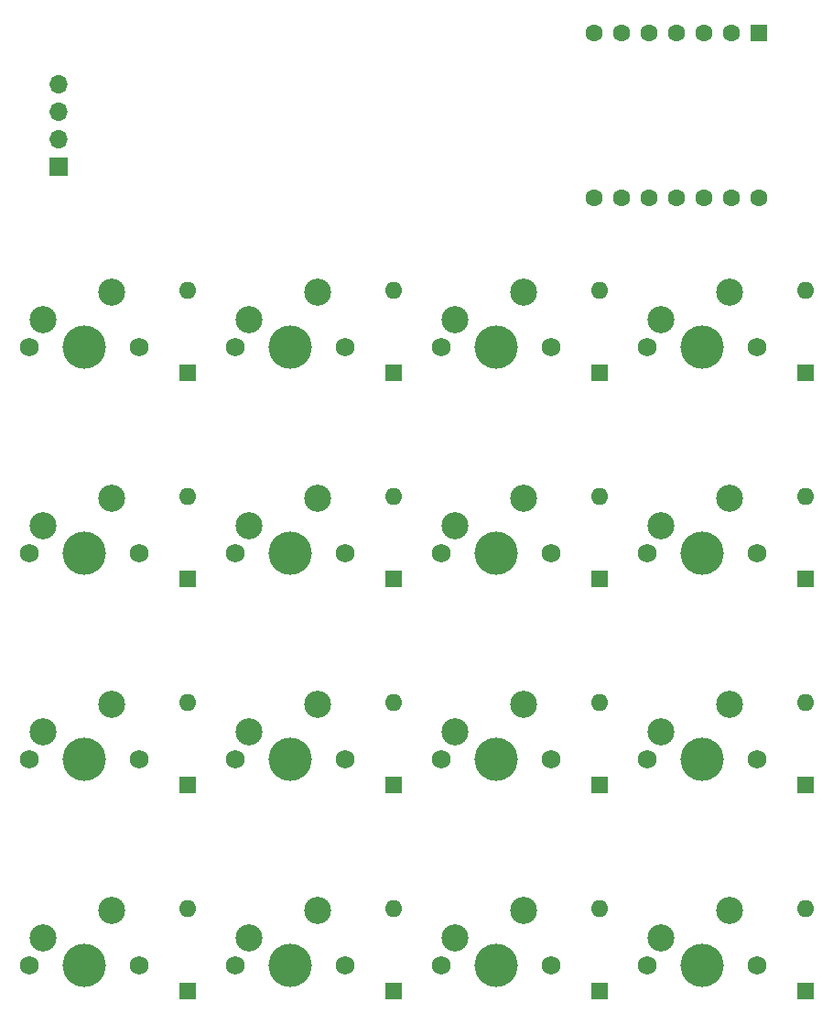
<source format=gbr>
%TF.GenerationSoftware,KiCad,Pcbnew,8.0.5*%
%TF.CreationDate,2024-10-19T01:04:11-04:00*%
%TF.ProjectId,hackpad,6861636b-7061-4642-9e6b-696361645f70,rev?*%
%TF.SameCoordinates,Original*%
%TF.FileFunction,Soldermask,Bot*%
%TF.FilePolarity,Negative*%
%FSLAX46Y46*%
G04 Gerber Fmt 4.6, Leading zero omitted, Abs format (unit mm)*
G04 Created by KiCad (PCBNEW 8.0.5) date 2024-10-19 01:04:11*
%MOMM*%
%LPD*%
G01*
G04 APERTURE LIST*
%ADD10C,1.750000*%
%ADD11C,4.000000*%
%ADD12C,2.500000*%
%ADD13R,1.600000X1.600000*%
%ADD14C,1.600000*%
%ADD15R,1.700000X1.700000*%
%ADD16O,1.700000X1.700000*%
%ADD17O,1.600000X1.600000*%
G04 APERTURE END LIST*
D10*
%TO.C,SW5*%
X147320000Y-76200000D03*
D11*
X152400000Y-76200000D03*
D10*
X157480000Y-76200000D03*
D12*
X148590000Y-73660000D03*
X154940000Y-71120000D03*
%TD*%
D13*
%TO.C,U1*%
X214788750Y-28098750D03*
D14*
X212248750Y-28098750D03*
X209708750Y-28098750D03*
X207168750Y-28098750D03*
X204628750Y-28098750D03*
X202088750Y-28098750D03*
X199548750Y-28098750D03*
X199548750Y-43338750D03*
X202088750Y-43338750D03*
X204628750Y-43338750D03*
X207168750Y-43338750D03*
X209708750Y-43338750D03*
X212248750Y-43338750D03*
X214788750Y-43338750D03*
%TD*%
D10*
%TO.C,SW12*%
X204470000Y-95250000D03*
D11*
X209550000Y-95250000D03*
D10*
X214630000Y-95250000D03*
D12*
X205740000Y-92710000D03*
X212090000Y-90170000D03*
%TD*%
D10*
%TO.C,SW9*%
X147320000Y-95250000D03*
D11*
X152400000Y-95250000D03*
D10*
X157480000Y-95250000D03*
D12*
X148590000Y-92710000D03*
X154940000Y-90170000D03*
%TD*%
D10*
%TO.C,SW10*%
X166370000Y-95250000D03*
D11*
X171450000Y-95250000D03*
D10*
X176530000Y-95250000D03*
D12*
X167640000Y-92710000D03*
X173990000Y-90170000D03*
%TD*%
D10*
%TO.C,SW1*%
X147320000Y-57150000D03*
D11*
X152400000Y-57150000D03*
D10*
X157480000Y-57150000D03*
D12*
X148590000Y-54610000D03*
X154940000Y-52070000D03*
%TD*%
D10*
%TO.C,SW4*%
X204470000Y-57150000D03*
D11*
X209550000Y-57150000D03*
D10*
X214630000Y-57150000D03*
D12*
X205740000Y-54610000D03*
X212090000Y-52070000D03*
%TD*%
D10*
%TO.C,SW6*%
X166370000Y-76200000D03*
D11*
X171450000Y-76200000D03*
D10*
X176530000Y-76200000D03*
D12*
X167640000Y-73660000D03*
X173990000Y-71120000D03*
%TD*%
D10*
%TO.C,SW16*%
X204470000Y-114300000D03*
D11*
X209550000Y-114300000D03*
D10*
X214630000Y-114300000D03*
D12*
X205740000Y-111760000D03*
X212090000Y-109220000D03*
%TD*%
D10*
%TO.C,SW2*%
X166370000Y-57150000D03*
D11*
X171450000Y-57150000D03*
D10*
X176530000Y-57150000D03*
D12*
X167640000Y-54610000D03*
X173990000Y-52070000D03*
%TD*%
D10*
%TO.C,SW13*%
X147320000Y-114300000D03*
D11*
X152400000Y-114300000D03*
D10*
X157480000Y-114300000D03*
D12*
X148590000Y-111760000D03*
X154940000Y-109220000D03*
%TD*%
D10*
%TO.C,SW14*%
X166370000Y-114300000D03*
D11*
X171450000Y-114300000D03*
D10*
X176530000Y-114300000D03*
D12*
X167640000Y-111760000D03*
X173990000Y-109220000D03*
%TD*%
D15*
%TO.C,J1*%
X150018750Y-40481250D03*
D16*
X150018750Y-37941250D03*
X150018750Y-35401250D03*
X150018750Y-32861250D03*
%TD*%
D10*
%TO.C,SW15*%
X185420000Y-114300000D03*
D11*
X190500000Y-114300000D03*
D10*
X195580000Y-114300000D03*
D12*
X186690000Y-111760000D03*
X193040000Y-109220000D03*
%TD*%
D10*
%TO.C,SW7*%
X185420000Y-76200000D03*
D11*
X190500000Y-76200000D03*
D10*
X195580000Y-76200000D03*
D12*
X186690000Y-73660000D03*
X193040000Y-71120000D03*
%TD*%
D10*
%TO.C,SW8*%
X204470000Y-76200000D03*
D11*
X209550000Y-76200000D03*
D10*
X214630000Y-76200000D03*
D12*
X205740000Y-73660000D03*
X212090000Y-71120000D03*
%TD*%
D10*
%TO.C,SW3*%
X185420000Y-57150000D03*
D11*
X190500000Y-57150000D03*
D10*
X195580000Y-57150000D03*
D12*
X186690000Y-54610000D03*
X193040000Y-52070000D03*
%TD*%
D10*
%TO.C,SW11*%
X185420000Y-95250000D03*
D11*
X190500000Y-95250000D03*
D10*
X195580000Y-95250000D03*
D12*
X186690000Y-92710000D03*
X193040000Y-90170000D03*
%TD*%
D13*
%TO.C,D8*%
X219075000Y-78581250D03*
D17*
X219075000Y-70961250D03*
%TD*%
D13*
%TO.C,D9*%
X161925000Y-97631250D03*
D17*
X161925000Y-90011250D03*
%TD*%
D13*
%TO.C,D3*%
X200025000Y-59531250D03*
D17*
X200025000Y-51911250D03*
%TD*%
D13*
%TO.C,D1*%
X161925000Y-59531250D03*
D17*
X161925000Y-51911250D03*
%TD*%
D13*
%TO.C,D11*%
X200025000Y-97631250D03*
D17*
X200025000Y-90011250D03*
%TD*%
D13*
%TO.C,D6*%
X180975000Y-78581250D03*
D17*
X180975000Y-70961250D03*
%TD*%
D13*
%TO.C,D13*%
X161925000Y-116681250D03*
D17*
X161925000Y-109061250D03*
%TD*%
D13*
%TO.C,D15*%
X200025000Y-116681250D03*
D17*
X200025000Y-109061250D03*
%TD*%
D13*
%TO.C,D5*%
X161925000Y-78581250D03*
D17*
X161925000Y-70961250D03*
%TD*%
D13*
%TO.C,D7*%
X200025000Y-78581250D03*
D17*
X200025000Y-70961250D03*
%TD*%
D13*
%TO.C,D10*%
X180975000Y-97631250D03*
D17*
X180975000Y-90011250D03*
%TD*%
D13*
%TO.C,D16*%
X219075000Y-116681250D03*
D17*
X219075000Y-109061250D03*
%TD*%
D13*
%TO.C,D4*%
X219075000Y-59531250D03*
D17*
X219075000Y-51911250D03*
%TD*%
D13*
%TO.C,D12*%
X219075000Y-97631250D03*
D17*
X219075000Y-90011250D03*
%TD*%
D13*
%TO.C,D2*%
X180975000Y-59531250D03*
D17*
X180975000Y-51911250D03*
%TD*%
D13*
%TO.C,D14*%
X180975000Y-116681250D03*
D17*
X180975000Y-109061250D03*
%TD*%
M02*

</source>
